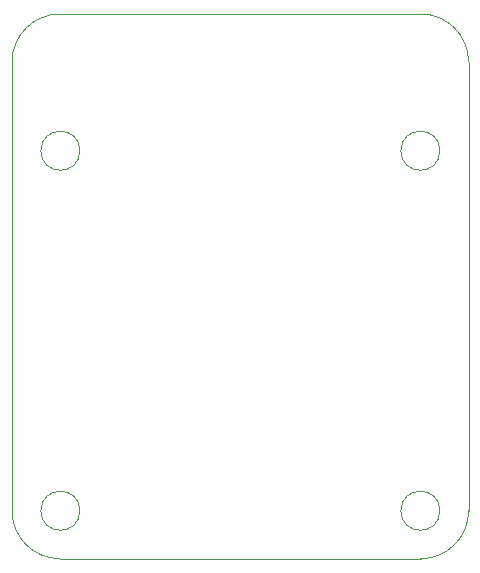
<source format=gm1>
G04 #@! TF.GenerationSoftware,KiCad,Pcbnew,7.0.1*
G04 #@! TF.CreationDate,2023-08-31T02:32:28+03:00*
G04 #@! TF.ProjectId,miranda-pdb,6d697261-6e64-4612-9d70-64622e6b6963,rev?*
G04 #@! TF.SameCoordinates,Original*
G04 #@! TF.FileFunction,Profile,NP*
%FSLAX46Y46*%
G04 Gerber Fmt 4.6, Leading zero omitted, Abs format (unit mm)*
G04 Created by KiCad (PCBNEW 7.0.1) date 2023-08-31 02:32:28*
%MOMM*%
%LPD*%
G01*
G04 APERTURE LIST*
G04 #@! TA.AperFunction,Profile*
%ADD10C,0.100000*%
G04 #@! TD*
G04 APERTURE END LIST*
D10*
X79603600Y-129540000D02*
G75*
G03*
X83667600Y-133604000I4064000J0D01*
G01*
X114198400Y-133604000D02*
G75*
G03*
X118262400Y-129540000I0J4064000D01*
G01*
X83667600Y-87477600D02*
G75*
G03*
X79603600Y-91541600I0J-4064000D01*
G01*
X118262400Y-91541600D02*
G75*
G03*
X114198400Y-87477600I-4064000J0D01*
G01*
X83667600Y-133604000D02*
X114198400Y-133604000D01*
X79603600Y-91541600D02*
X79603600Y-129540000D01*
X114198400Y-87477600D02*
X83667600Y-87477600D01*
X118262400Y-91541600D02*
X118262400Y-129540000D01*
X115824000Y-129540000D02*
G75*
G03*
X115824000Y-129540000I-1651000J0D01*
G01*
X85344000Y-129540000D02*
G75*
G03*
X85344000Y-129540000I-1651000J0D01*
G01*
X85344000Y-99060000D02*
G75*
G03*
X85344000Y-99060000I-1651000J0D01*
G01*
X115824000Y-99060000D02*
G75*
G03*
X115824000Y-99060000I-1651000J0D01*
G01*
M02*

</source>
